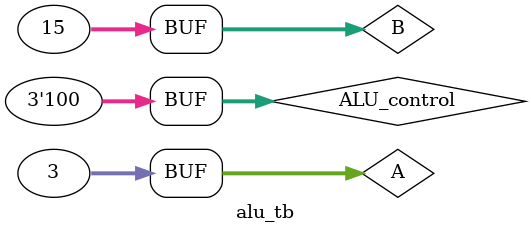
<source format=v>
module ALU (
    input [31:0] A,         // First operand
    input [31:0] B,         // Second operand
    input [2:0] ALUcontrol,      // ALU operation selector
    output reg [31:0] Result, // Result of the ALU operation
    output reg Zero         // Zero flag
);

    // ALU operation codes
    parameter ADD  = 3'b010, SUB  = 3'b100, AND  = 3'b000, OR   = 3'b001, SLT  = 3'b110, MUL  = 3'b101; 

    always @(*) begin

        case (ALUcontrol)
            ADD:  Result = A + B;
            SUB:  Result = A - B;
            AND:  Result = A & B;
            OR:   Result = A | B;
            MUL:  Result = A * B;
            SLT:  Result = (A < B); 
            default: Result = 32'b0;
        endcase
        
        // Set Zero flag
        Zero = (Result == 32'b0);
    end

endmodule

module alu_tb();
wire [31:0]Result;
wire zero;
reg [31:0]A,B;
reg [2:0]ALU_control;
ALU m0(A,B,ALU_control,Result,zero);
initial begin
A=32'd5;
B=32'd5;
#4 ALU_control=010;
#4 ALU_control=100;
#4 ALU_control=001;
#4 ALU_control=010;
#4 ALU_control=101;
#4 A=32'd3;
B=32'd15;
#4 ALU_control=100;
end 
endmodule

</source>
